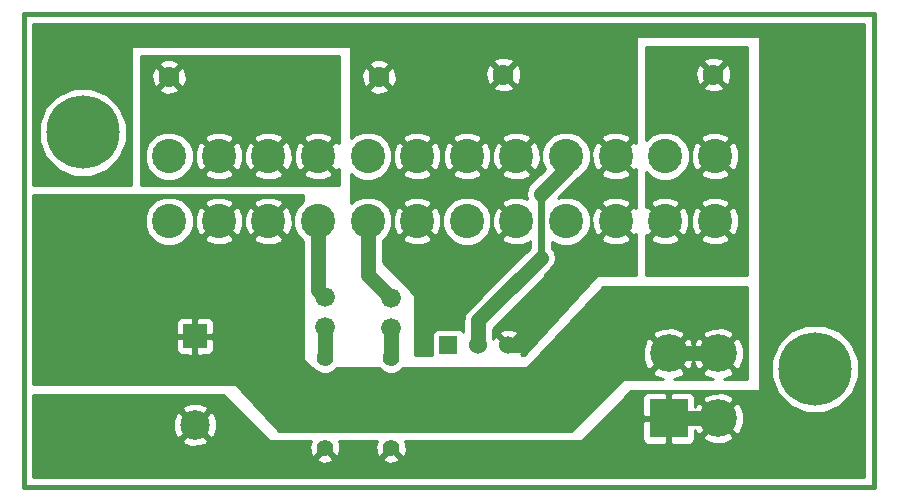
<source format=gbl>
G04 (created by PCBNEW-RS274X (2012-apr-16-27)-stable) date Fri 15 Nov 2013 10:07:24 GMT*
G01*
G70*
G90*
%MOIN*%
G04 Gerber Fmt 3.4, Leading zero omitted, Abs format*
%FSLAX34Y34*%
G04 APERTURE LIST*
%ADD10C,0.006000*%
%ADD11C,0.015000*%
%ADD12R,0.060000X0.060000*%
%ADD13C,0.060000*%
%ADD14C,0.114100*%
%ADD15C,0.070000*%
%ADD16C,0.055000*%
%ADD17C,0.066000*%
%ADD18R,0.078700X0.078700*%
%ADD19C,0.098400*%
%ADD20C,0.244100*%
%ADD21R,0.126000X0.126000*%
%ADD22C,0.126000*%
%ADD23C,0.049200*%
%ADD24C,0.023600*%
%ADD25C,0.008000*%
%ADD26C,0.010000*%
G04 APERTURE END LIST*
G54D10*
G54D11*
X00394Y00748D02*
X28740Y00748D01*
X28347Y16496D02*
X28740Y16496D01*
X01181Y16496D02*
X00394Y16496D01*
X27953Y16496D02*
X28347Y16496D01*
X27953Y16496D02*
X27559Y16496D01*
X28740Y00749D02*
X28740Y16497D01*
X01181Y16496D02*
X27559Y16496D01*
X00394Y00747D02*
X00394Y16495D01*
G54D12*
X14552Y05472D03*
G54D13*
X15552Y05472D03*
X16552Y05472D03*
G54D14*
X23434Y09602D03*
X21781Y09602D03*
X20127Y09602D03*
X18474Y09602D03*
X16820Y09602D03*
X15167Y09602D03*
X13514Y09602D03*
X11861Y09602D03*
X10207Y09602D03*
X08554Y09602D03*
X06900Y09602D03*
X05246Y09602D03*
X23434Y11767D03*
X21781Y11767D03*
X20127Y11767D03*
X18474Y11767D03*
X16820Y11767D03*
X15167Y11767D03*
X13514Y11767D03*
X11861Y11767D03*
X10207Y11767D03*
X08554Y11767D03*
X06900Y11767D03*
X05246Y11767D03*
G54D15*
X05240Y14409D03*
X12240Y14409D03*
X23382Y14488D03*
X16382Y14488D03*
G54D16*
X12638Y05043D03*
X12638Y02043D03*
X10433Y05043D03*
X10433Y02043D03*
G54D17*
X12638Y07035D03*
X12638Y06035D03*
X10433Y07074D03*
X10433Y06074D03*
G54D18*
X06103Y05767D03*
G54D19*
X06103Y02815D03*
G54D20*
X02363Y12559D03*
X26772Y04685D03*
G54D21*
X21890Y03031D03*
G54D22*
X23544Y03031D03*
X21890Y05196D03*
X23544Y05196D03*
G54D23*
X21890Y05196D02*
X23544Y05196D01*
X10207Y07300D02*
X10433Y07074D01*
X10207Y09602D02*
X10207Y07300D01*
G54D24*
X17638Y10511D02*
X17638Y08386D01*
G54D23*
X15552Y06300D02*
X15945Y06693D01*
X17638Y08386D02*
X15945Y06693D01*
G54D25*
X18474Y11347D02*
X18474Y11767D01*
G54D23*
X18474Y11347D02*
X17638Y10511D01*
X15552Y05472D02*
X15552Y06300D01*
X21890Y03031D02*
X23544Y03031D01*
X16552Y05472D02*
X17008Y05472D01*
X17008Y05472D02*
X19685Y08405D01*
X12638Y06035D02*
X12638Y05043D01*
X10433Y06074D02*
X10433Y05043D01*
X11861Y09602D02*
X11861Y07812D01*
X11861Y07812D02*
X12638Y07035D01*
G54D10*
G36*
X28415Y01073D02*
X28241Y01073D01*
X28241Y04392D01*
X28241Y04976D01*
X28018Y05516D01*
X27605Y05930D01*
X27065Y06154D01*
X26481Y06154D01*
X25941Y05931D01*
X25527Y05518D01*
X25303Y04978D01*
X25303Y04394D01*
X25526Y03854D01*
X25939Y03440D01*
X26479Y03216D01*
X27063Y03216D01*
X27603Y03439D01*
X28017Y03852D01*
X28241Y04392D01*
X28241Y01073D01*
X24409Y01073D01*
X24409Y02875D01*
X24402Y03218D01*
X24284Y03506D01*
X24156Y03573D01*
X24086Y03503D01*
X24086Y03643D01*
X24019Y03771D01*
X23700Y03896D01*
X23357Y03889D01*
X23069Y03771D01*
X23002Y03643D01*
X23544Y03102D01*
X24086Y03643D01*
X24086Y03503D01*
X23615Y03031D01*
X24156Y02489D01*
X24284Y02556D01*
X24409Y02875D01*
X24409Y01073D01*
X24086Y01073D01*
X24086Y02419D01*
X23544Y02960D01*
X23473Y02890D01*
X23473Y03031D01*
X22932Y03573D01*
X22804Y03506D01*
X22769Y03418D01*
X22769Y03612D01*
X22769Y03711D01*
X22731Y03802D01*
X22661Y03872D01*
X22569Y03910D01*
X22002Y03911D01*
X21940Y03849D01*
X21940Y03131D01*
X21940Y03081D01*
X21940Y02981D01*
X21940Y02931D01*
X21940Y02213D01*
X22002Y02151D01*
X22569Y02152D01*
X22661Y02190D01*
X22731Y02260D01*
X22769Y02351D01*
X22769Y02450D01*
X22769Y02641D01*
X22804Y02556D01*
X22932Y02489D01*
X23473Y03031D01*
X23473Y02890D01*
X23002Y02419D01*
X23069Y02291D01*
X23388Y02166D01*
X23731Y02173D01*
X24019Y02291D01*
X24086Y02419D01*
X24086Y01073D01*
X21840Y01073D01*
X21840Y02213D01*
X21840Y02981D01*
X21840Y03081D01*
X21840Y03849D01*
X21778Y03911D01*
X21211Y03910D01*
X21119Y03872D01*
X21049Y03802D01*
X21011Y03711D01*
X21011Y03612D01*
X21010Y03143D01*
X21072Y03081D01*
X21840Y03081D01*
X21840Y02981D01*
X21072Y02981D01*
X21010Y02919D01*
X21011Y02450D01*
X21011Y02351D01*
X21049Y02260D01*
X21119Y02190D01*
X21211Y02152D01*
X21778Y02151D01*
X21840Y02213D01*
X21840Y01073D01*
X12928Y01073D01*
X12928Y01682D01*
X12638Y01972D01*
X12348Y01682D01*
X12371Y01591D01*
X12564Y01524D01*
X12768Y01535D01*
X12905Y01591D01*
X12928Y01682D01*
X12928Y01073D01*
X10723Y01073D01*
X10723Y01682D01*
X10433Y01972D01*
X10143Y01682D01*
X10166Y01591D01*
X10359Y01524D01*
X10563Y01535D01*
X10700Y01591D01*
X10723Y01682D01*
X10723Y01073D01*
X06834Y01073D01*
X06834Y02691D01*
X06826Y02980D01*
X06731Y03210D01*
X06618Y03259D01*
X06547Y03188D01*
X06547Y03330D01*
X06498Y03443D01*
X06227Y03546D01*
X05938Y03538D01*
X05708Y03443D01*
X05659Y03330D01*
X06103Y02886D01*
X06547Y03330D01*
X06547Y03188D01*
X06174Y02815D01*
X06618Y02371D01*
X06731Y02420D01*
X06834Y02691D01*
X06834Y01073D01*
X06547Y01073D01*
X06547Y02300D01*
X06103Y02744D01*
X06032Y02673D01*
X06032Y02815D01*
X05588Y03259D01*
X05475Y03210D01*
X05372Y02939D01*
X05380Y02650D01*
X05475Y02420D01*
X05588Y02371D01*
X06032Y02815D01*
X06032Y02673D01*
X05659Y02300D01*
X05708Y02187D01*
X05979Y02084D01*
X06268Y02092D01*
X06498Y02187D01*
X06547Y02300D01*
X06547Y01073D01*
X00719Y01073D01*
X00719Y03808D01*
X07027Y03808D01*
X08562Y02272D01*
X09967Y02272D01*
X09914Y02117D01*
X09925Y01913D01*
X09981Y01776D01*
X10072Y01753D01*
X10327Y02008D01*
X10362Y02043D01*
X10433Y02114D01*
X10504Y02043D01*
X10539Y02008D01*
X10794Y01753D01*
X10885Y01776D01*
X10952Y01969D01*
X10941Y02173D01*
X10900Y02272D01*
X12172Y02272D01*
X12119Y02117D01*
X12130Y01913D01*
X12186Y01776D01*
X12277Y01753D01*
X12532Y02008D01*
X12567Y02043D01*
X12638Y02114D01*
X12709Y02043D01*
X12744Y02008D01*
X12999Y01753D01*
X13090Y01776D01*
X13157Y01969D01*
X13146Y02173D01*
X13105Y02272D01*
X18998Y02272D01*
X20651Y03926D01*
X24932Y03926D01*
X24932Y15758D01*
X20816Y15758D01*
X20816Y12209D01*
X20697Y12266D01*
X20626Y12195D01*
X20626Y12337D01*
X20568Y12458D01*
X20269Y12574D01*
X19950Y12567D01*
X19686Y12458D01*
X19628Y12337D01*
X20127Y11838D01*
X20626Y12337D01*
X20626Y12195D01*
X20198Y11767D01*
X20697Y11268D01*
X20816Y11326D01*
X20816Y10044D01*
X20697Y10101D01*
X20626Y10030D01*
X20626Y10172D01*
X20626Y11197D01*
X20127Y11696D01*
X20056Y11625D01*
X20056Y11767D01*
X19557Y12266D01*
X19436Y12208D01*
X19320Y11909D01*
X19327Y11590D01*
X19436Y11326D01*
X19557Y11268D01*
X20056Y11767D01*
X20056Y11625D01*
X19628Y11197D01*
X19686Y11076D01*
X19985Y10960D01*
X20304Y10967D01*
X20568Y11076D01*
X20626Y11197D01*
X20626Y10172D01*
X20568Y10293D01*
X20269Y10409D01*
X19950Y10402D01*
X19686Y10293D01*
X19628Y10172D01*
X20127Y09673D01*
X20626Y10172D01*
X20626Y10030D01*
X20198Y09602D01*
X20697Y09103D01*
X20816Y09161D01*
X20816Y07806D01*
X20626Y07806D01*
X20626Y09032D01*
X20127Y09531D01*
X20056Y09460D01*
X20056Y09602D01*
X19557Y10101D01*
X19436Y10043D01*
X19320Y09744D01*
X19327Y09425D01*
X19436Y09161D01*
X19557Y09103D01*
X20056Y09602D01*
X20056Y09460D01*
X19628Y09032D01*
X19686Y08911D01*
X19985Y08795D01*
X20304Y08802D01*
X20568Y08911D01*
X20626Y09032D01*
X20626Y07806D01*
X19506Y07806D01*
X17095Y05161D01*
X17065Y05128D01*
X16999Y05128D01*
X17018Y05147D01*
X16985Y05180D01*
X17024Y05191D01*
X17095Y05393D01*
X17084Y05606D01*
X17024Y05753D01*
X16930Y05780D01*
X16860Y05710D01*
X16860Y05850D01*
X16833Y05944D01*
X16631Y06015D01*
X16418Y06004D01*
X16271Y05944D01*
X16244Y05850D01*
X16552Y05543D01*
X16860Y05850D01*
X16860Y05710D01*
X16623Y05472D01*
X16552Y05401D01*
X16481Y05472D01*
X16446Y05507D01*
X16174Y05780D01*
X16080Y05753D01*
X16056Y05688D01*
X16048Y05709D01*
X16048Y06016D01*
X17838Y07806D01*
X17760Y07806D01*
X17989Y08035D01*
X18096Y08196D01*
X18134Y08386D01*
X18096Y08575D01*
X18006Y08712D01*
X18006Y08911D01*
X18009Y08908D01*
X18310Y08782D01*
X18636Y08782D01*
X18937Y08906D01*
X19168Y09137D01*
X19294Y09438D01*
X19294Y09764D01*
X19170Y10065D01*
X18939Y10296D01*
X18638Y10422D01*
X18312Y10422D01*
X18208Y10380D01*
X18825Y10996D01*
X18851Y11036D01*
X18937Y11071D01*
X19168Y11302D01*
X19294Y11603D01*
X19294Y11929D01*
X19170Y12230D01*
X18939Y12461D01*
X18638Y12587D01*
X18312Y12587D01*
X18011Y12463D01*
X17780Y12232D01*
X17654Y11931D01*
X17654Y11605D01*
X17763Y11339D01*
X17627Y11203D01*
X17627Y11625D01*
X17620Y11944D01*
X17511Y12208D01*
X17390Y12266D01*
X17319Y12195D01*
X17319Y12337D01*
X17261Y12458D01*
X16975Y12569D01*
X16975Y14397D01*
X16964Y14632D01*
X16895Y14798D01*
X16796Y14831D01*
X16725Y14760D01*
X16725Y14902D01*
X16692Y15001D01*
X16473Y15081D01*
X16238Y15070D01*
X16072Y15001D01*
X16039Y14902D01*
X16382Y14559D01*
X16725Y14902D01*
X16725Y14760D01*
X16453Y14488D01*
X16796Y14145D01*
X16895Y14178D01*
X16975Y14397D01*
X16975Y12569D01*
X16962Y12574D01*
X16725Y12569D01*
X16725Y14074D01*
X16382Y14417D01*
X16311Y14346D01*
X16311Y14488D01*
X15968Y14831D01*
X15869Y14798D01*
X15789Y14579D01*
X15800Y14344D01*
X15869Y14178D01*
X15968Y14145D01*
X16311Y14488D01*
X16311Y14346D01*
X16039Y14074D01*
X16072Y13975D01*
X16291Y13895D01*
X16526Y13906D01*
X16692Y13975D01*
X16725Y14074D01*
X16725Y12569D01*
X16643Y12567D01*
X16379Y12458D01*
X16321Y12337D01*
X16820Y11838D01*
X17319Y12337D01*
X17319Y12195D01*
X16891Y11767D01*
X17390Y11268D01*
X17511Y11326D01*
X17627Y11625D01*
X17627Y11203D01*
X17319Y10895D01*
X17319Y11197D01*
X16820Y11696D01*
X16749Y11625D01*
X16749Y11767D01*
X16250Y12266D01*
X16129Y12208D01*
X16013Y11909D01*
X16020Y11590D01*
X16129Y11326D01*
X16250Y11268D01*
X16749Y11767D01*
X16749Y11625D01*
X16321Y11197D01*
X16379Y11076D01*
X16678Y10960D01*
X16997Y10967D01*
X17261Y11076D01*
X17319Y11197D01*
X17319Y10895D01*
X17287Y10862D01*
X17180Y10701D01*
X17142Y10511D01*
X17179Y10325D01*
X16962Y10409D01*
X16643Y10402D01*
X16379Y10293D01*
X16321Y10172D01*
X16785Y09708D01*
X16820Y09673D01*
X16891Y09602D01*
X16820Y09531D01*
X16785Y09496D01*
X16749Y09460D01*
X16749Y09602D01*
X16250Y10101D01*
X16129Y10043D01*
X16013Y09744D01*
X16020Y09425D01*
X16129Y09161D01*
X16250Y09103D01*
X16749Y09602D01*
X16749Y09460D01*
X16321Y09032D01*
X16379Y08911D01*
X16678Y08795D01*
X16997Y08802D01*
X17261Y08911D01*
X17270Y08930D01*
X17270Y08720D01*
X15987Y07437D01*
X15987Y09438D01*
X15987Y09764D01*
X15974Y09796D01*
X15974Y11625D01*
X15967Y11944D01*
X15858Y12208D01*
X15737Y12266D01*
X15666Y12195D01*
X15666Y12337D01*
X15608Y12458D01*
X15309Y12574D01*
X14990Y12567D01*
X14726Y12458D01*
X14668Y12337D01*
X15167Y11838D01*
X15666Y12337D01*
X15666Y12195D01*
X15238Y11767D01*
X15737Y11268D01*
X15858Y11326D01*
X15974Y11625D01*
X15974Y09796D01*
X15863Y10065D01*
X15666Y10262D01*
X15666Y11197D01*
X15167Y11696D01*
X15096Y11625D01*
X15096Y11767D01*
X14597Y12266D01*
X14476Y12208D01*
X14360Y11909D01*
X14367Y11590D01*
X14476Y11326D01*
X14597Y11268D01*
X15096Y11767D01*
X15096Y11625D01*
X14668Y11197D01*
X14726Y11076D01*
X15025Y10960D01*
X15344Y10967D01*
X15608Y11076D01*
X15666Y11197D01*
X15666Y10262D01*
X15632Y10296D01*
X15331Y10422D01*
X15005Y10422D01*
X14704Y10298D01*
X14473Y10067D01*
X14347Y09766D01*
X14347Y09440D01*
X14471Y09139D01*
X14702Y08908D01*
X15003Y08782D01*
X15329Y08782D01*
X15630Y08906D01*
X15861Y09137D01*
X15987Y09438D01*
X15987Y07437D01*
X15594Y07044D01*
X15592Y07042D01*
X15203Y06653D01*
X15201Y06651D01*
X15199Y06649D01*
X15068Y06517D01*
X15068Y06360D01*
X15056Y06300D01*
X15056Y05920D01*
X14993Y05983D01*
X14902Y06021D01*
X14803Y06021D01*
X14321Y06021D01*
X14321Y09460D01*
X14321Y11625D01*
X14314Y11944D01*
X14205Y12208D01*
X14084Y12266D01*
X14013Y12195D01*
X14013Y12337D01*
X13955Y12458D01*
X13656Y12574D01*
X13337Y12567D01*
X13073Y12458D01*
X13015Y12337D01*
X13514Y11838D01*
X14013Y12337D01*
X14013Y12195D01*
X13585Y11767D01*
X14084Y11268D01*
X14205Y11326D01*
X14321Y11625D01*
X14321Y09460D01*
X14314Y09779D01*
X14205Y10043D01*
X14084Y10101D01*
X14013Y10030D01*
X14013Y10172D01*
X14013Y11197D01*
X13514Y11696D01*
X13443Y11625D01*
X13443Y11767D01*
X12944Y12266D01*
X12833Y12213D01*
X12833Y14318D01*
X12822Y14553D01*
X12753Y14719D01*
X12654Y14752D01*
X12583Y14681D01*
X12583Y14823D01*
X12550Y14922D01*
X12331Y15002D01*
X12096Y14991D01*
X11930Y14922D01*
X11897Y14823D01*
X12240Y14480D01*
X12583Y14823D01*
X12583Y14681D01*
X12311Y14409D01*
X12654Y14066D01*
X12753Y14099D01*
X12833Y14318D01*
X12833Y12213D01*
X12823Y12208D01*
X12707Y11909D01*
X12714Y11590D01*
X12823Y11326D01*
X12944Y11268D01*
X13443Y11767D01*
X13443Y11625D01*
X13015Y11197D01*
X13073Y11076D01*
X13372Y10960D01*
X13691Y10967D01*
X13955Y11076D01*
X14013Y11197D01*
X14013Y10172D01*
X13955Y10293D01*
X13656Y10409D01*
X13337Y10402D01*
X13073Y10293D01*
X13015Y10172D01*
X13514Y09673D01*
X14013Y10172D01*
X14013Y10030D01*
X13585Y09602D01*
X14084Y09103D01*
X14205Y09161D01*
X14321Y09460D01*
X14321Y06021D01*
X14203Y06021D01*
X14111Y05983D01*
X14041Y05913D01*
X14013Y05846D01*
X14013Y09032D01*
X13514Y09531D01*
X13443Y09460D01*
X13443Y09602D01*
X12944Y10101D01*
X12823Y10043D01*
X12707Y09744D01*
X12714Y09425D01*
X12823Y09161D01*
X12944Y09103D01*
X13443Y09602D01*
X13443Y09460D01*
X13015Y09032D01*
X13073Y08911D01*
X13372Y08795D01*
X13691Y08802D01*
X13955Y08911D01*
X14013Y09032D01*
X14013Y05846D01*
X14003Y05822D01*
X14003Y05723D01*
X14003Y05128D01*
X13436Y05128D01*
X13436Y07147D01*
X12357Y08226D01*
X12357Y08939D01*
X12555Y09137D01*
X12681Y09438D01*
X12681Y09764D01*
X12557Y10065D01*
X12326Y10296D01*
X12025Y10422D01*
X11699Y10422D01*
X11398Y10298D01*
X11310Y10210D01*
X11310Y11159D01*
X11396Y11073D01*
X11697Y10947D01*
X12023Y10947D01*
X12324Y11071D01*
X12555Y11302D01*
X12681Y11603D01*
X12681Y11929D01*
X12583Y12167D01*
X12583Y13995D01*
X12240Y14338D01*
X12169Y14267D01*
X12169Y14409D01*
X11826Y14752D01*
X11727Y14719D01*
X11647Y14500D01*
X11658Y14265D01*
X11727Y14099D01*
X11826Y14066D01*
X12169Y14409D01*
X12169Y14267D01*
X11897Y13995D01*
X11930Y13896D01*
X12149Y13816D01*
X12384Y13827D01*
X12550Y13896D01*
X12583Y13995D01*
X12583Y12167D01*
X12557Y12230D01*
X12326Y12461D01*
X12025Y12587D01*
X11699Y12587D01*
X11398Y12463D01*
X11310Y12375D01*
X11310Y15443D01*
X03966Y15443D01*
X03966Y10798D01*
X03832Y10798D01*
X03832Y12266D01*
X03832Y12850D01*
X03609Y13390D01*
X03196Y13804D01*
X02656Y14028D01*
X02072Y14028D01*
X01532Y13805D01*
X01118Y13392D01*
X00894Y12852D01*
X00894Y12268D01*
X01117Y11728D01*
X01530Y11314D01*
X02070Y11090D01*
X02654Y11090D01*
X03194Y11313D01*
X03608Y11726D01*
X03832Y12266D01*
X03832Y10798D01*
X00719Y10798D01*
X00719Y16171D01*
X01181Y16171D01*
X27559Y16171D01*
X27953Y16171D01*
X28347Y16171D01*
X28415Y16171D01*
X28415Y01073D01*
X28415Y01073D01*
G37*
G54D26*
X28415Y01073D02*
X28241Y01073D01*
X28241Y04392D01*
X28241Y04976D01*
X28018Y05516D01*
X27605Y05930D01*
X27065Y06154D01*
X26481Y06154D01*
X25941Y05931D01*
X25527Y05518D01*
X25303Y04978D01*
X25303Y04394D01*
X25526Y03854D01*
X25939Y03440D01*
X26479Y03216D01*
X27063Y03216D01*
X27603Y03439D01*
X28017Y03852D01*
X28241Y04392D01*
X28241Y01073D01*
X24409Y01073D01*
X24409Y02875D01*
X24402Y03218D01*
X24284Y03506D01*
X24156Y03573D01*
X24086Y03503D01*
X24086Y03643D01*
X24019Y03771D01*
X23700Y03896D01*
X23357Y03889D01*
X23069Y03771D01*
X23002Y03643D01*
X23544Y03102D01*
X24086Y03643D01*
X24086Y03503D01*
X23615Y03031D01*
X24156Y02489D01*
X24284Y02556D01*
X24409Y02875D01*
X24409Y01073D01*
X24086Y01073D01*
X24086Y02419D01*
X23544Y02960D01*
X23473Y02890D01*
X23473Y03031D01*
X22932Y03573D01*
X22804Y03506D01*
X22769Y03418D01*
X22769Y03612D01*
X22769Y03711D01*
X22731Y03802D01*
X22661Y03872D01*
X22569Y03910D01*
X22002Y03911D01*
X21940Y03849D01*
X21940Y03131D01*
X21940Y03081D01*
X21940Y02981D01*
X21940Y02931D01*
X21940Y02213D01*
X22002Y02151D01*
X22569Y02152D01*
X22661Y02190D01*
X22731Y02260D01*
X22769Y02351D01*
X22769Y02450D01*
X22769Y02641D01*
X22804Y02556D01*
X22932Y02489D01*
X23473Y03031D01*
X23473Y02890D01*
X23002Y02419D01*
X23069Y02291D01*
X23388Y02166D01*
X23731Y02173D01*
X24019Y02291D01*
X24086Y02419D01*
X24086Y01073D01*
X21840Y01073D01*
X21840Y02213D01*
X21840Y02981D01*
X21840Y03081D01*
X21840Y03849D01*
X21778Y03911D01*
X21211Y03910D01*
X21119Y03872D01*
X21049Y03802D01*
X21011Y03711D01*
X21011Y03612D01*
X21010Y03143D01*
X21072Y03081D01*
X21840Y03081D01*
X21840Y02981D01*
X21072Y02981D01*
X21010Y02919D01*
X21011Y02450D01*
X21011Y02351D01*
X21049Y02260D01*
X21119Y02190D01*
X21211Y02152D01*
X21778Y02151D01*
X21840Y02213D01*
X21840Y01073D01*
X12928Y01073D01*
X12928Y01682D01*
X12638Y01972D01*
X12348Y01682D01*
X12371Y01591D01*
X12564Y01524D01*
X12768Y01535D01*
X12905Y01591D01*
X12928Y01682D01*
X12928Y01073D01*
X10723Y01073D01*
X10723Y01682D01*
X10433Y01972D01*
X10143Y01682D01*
X10166Y01591D01*
X10359Y01524D01*
X10563Y01535D01*
X10700Y01591D01*
X10723Y01682D01*
X10723Y01073D01*
X06834Y01073D01*
X06834Y02691D01*
X06826Y02980D01*
X06731Y03210D01*
X06618Y03259D01*
X06547Y03188D01*
X06547Y03330D01*
X06498Y03443D01*
X06227Y03546D01*
X05938Y03538D01*
X05708Y03443D01*
X05659Y03330D01*
X06103Y02886D01*
X06547Y03330D01*
X06547Y03188D01*
X06174Y02815D01*
X06618Y02371D01*
X06731Y02420D01*
X06834Y02691D01*
X06834Y01073D01*
X06547Y01073D01*
X06547Y02300D01*
X06103Y02744D01*
X06032Y02673D01*
X06032Y02815D01*
X05588Y03259D01*
X05475Y03210D01*
X05372Y02939D01*
X05380Y02650D01*
X05475Y02420D01*
X05588Y02371D01*
X06032Y02815D01*
X06032Y02673D01*
X05659Y02300D01*
X05708Y02187D01*
X05979Y02084D01*
X06268Y02092D01*
X06498Y02187D01*
X06547Y02300D01*
X06547Y01073D01*
X00719Y01073D01*
X00719Y03808D01*
X07027Y03808D01*
X08562Y02272D01*
X09967Y02272D01*
X09914Y02117D01*
X09925Y01913D01*
X09981Y01776D01*
X10072Y01753D01*
X10327Y02008D01*
X10362Y02043D01*
X10433Y02114D01*
X10504Y02043D01*
X10539Y02008D01*
X10794Y01753D01*
X10885Y01776D01*
X10952Y01969D01*
X10941Y02173D01*
X10900Y02272D01*
X12172Y02272D01*
X12119Y02117D01*
X12130Y01913D01*
X12186Y01776D01*
X12277Y01753D01*
X12532Y02008D01*
X12567Y02043D01*
X12638Y02114D01*
X12709Y02043D01*
X12744Y02008D01*
X12999Y01753D01*
X13090Y01776D01*
X13157Y01969D01*
X13146Y02173D01*
X13105Y02272D01*
X18998Y02272D01*
X20651Y03926D01*
X24932Y03926D01*
X24932Y15758D01*
X20816Y15758D01*
X20816Y12209D01*
X20697Y12266D01*
X20626Y12195D01*
X20626Y12337D01*
X20568Y12458D01*
X20269Y12574D01*
X19950Y12567D01*
X19686Y12458D01*
X19628Y12337D01*
X20127Y11838D01*
X20626Y12337D01*
X20626Y12195D01*
X20198Y11767D01*
X20697Y11268D01*
X20816Y11326D01*
X20816Y10044D01*
X20697Y10101D01*
X20626Y10030D01*
X20626Y10172D01*
X20626Y11197D01*
X20127Y11696D01*
X20056Y11625D01*
X20056Y11767D01*
X19557Y12266D01*
X19436Y12208D01*
X19320Y11909D01*
X19327Y11590D01*
X19436Y11326D01*
X19557Y11268D01*
X20056Y11767D01*
X20056Y11625D01*
X19628Y11197D01*
X19686Y11076D01*
X19985Y10960D01*
X20304Y10967D01*
X20568Y11076D01*
X20626Y11197D01*
X20626Y10172D01*
X20568Y10293D01*
X20269Y10409D01*
X19950Y10402D01*
X19686Y10293D01*
X19628Y10172D01*
X20127Y09673D01*
X20626Y10172D01*
X20626Y10030D01*
X20198Y09602D01*
X20697Y09103D01*
X20816Y09161D01*
X20816Y07806D01*
X20626Y07806D01*
X20626Y09032D01*
X20127Y09531D01*
X20056Y09460D01*
X20056Y09602D01*
X19557Y10101D01*
X19436Y10043D01*
X19320Y09744D01*
X19327Y09425D01*
X19436Y09161D01*
X19557Y09103D01*
X20056Y09602D01*
X20056Y09460D01*
X19628Y09032D01*
X19686Y08911D01*
X19985Y08795D01*
X20304Y08802D01*
X20568Y08911D01*
X20626Y09032D01*
X20626Y07806D01*
X19506Y07806D01*
X17095Y05161D01*
X17065Y05128D01*
X16999Y05128D01*
X17018Y05147D01*
X16985Y05180D01*
X17024Y05191D01*
X17095Y05393D01*
X17084Y05606D01*
X17024Y05753D01*
X16930Y05780D01*
X16860Y05710D01*
X16860Y05850D01*
X16833Y05944D01*
X16631Y06015D01*
X16418Y06004D01*
X16271Y05944D01*
X16244Y05850D01*
X16552Y05543D01*
X16860Y05850D01*
X16860Y05710D01*
X16623Y05472D01*
X16552Y05401D01*
X16481Y05472D01*
X16446Y05507D01*
X16174Y05780D01*
X16080Y05753D01*
X16056Y05688D01*
X16048Y05709D01*
X16048Y06016D01*
X17838Y07806D01*
X17760Y07806D01*
X17989Y08035D01*
X18096Y08196D01*
X18134Y08386D01*
X18096Y08575D01*
X18006Y08712D01*
X18006Y08911D01*
X18009Y08908D01*
X18310Y08782D01*
X18636Y08782D01*
X18937Y08906D01*
X19168Y09137D01*
X19294Y09438D01*
X19294Y09764D01*
X19170Y10065D01*
X18939Y10296D01*
X18638Y10422D01*
X18312Y10422D01*
X18208Y10380D01*
X18825Y10996D01*
X18851Y11036D01*
X18937Y11071D01*
X19168Y11302D01*
X19294Y11603D01*
X19294Y11929D01*
X19170Y12230D01*
X18939Y12461D01*
X18638Y12587D01*
X18312Y12587D01*
X18011Y12463D01*
X17780Y12232D01*
X17654Y11931D01*
X17654Y11605D01*
X17763Y11339D01*
X17627Y11203D01*
X17627Y11625D01*
X17620Y11944D01*
X17511Y12208D01*
X17390Y12266D01*
X17319Y12195D01*
X17319Y12337D01*
X17261Y12458D01*
X16975Y12569D01*
X16975Y14397D01*
X16964Y14632D01*
X16895Y14798D01*
X16796Y14831D01*
X16725Y14760D01*
X16725Y14902D01*
X16692Y15001D01*
X16473Y15081D01*
X16238Y15070D01*
X16072Y15001D01*
X16039Y14902D01*
X16382Y14559D01*
X16725Y14902D01*
X16725Y14760D01*
X16453Y14488D01*
X16796Y14145D01*
X16895Y14178D01*
X16975Y14397D01*
X16975Y12569D01*
X16962Y12574D01*
X16725Y12569D01*
X16725Y14074D01*
X16382Y14417D01*
X16311Y14346D01*
X16311Y14488D01*
X15968Y14831D01*
X15869Y14798D01*
X15789Y14579D01*
X15800Y14344D01*
X15869Y14178D01*
X15968Y14145D01*
X16311Y14488D01*
X16311Y14346D01*
X16039Y14074D01*
X16072Y13975D01*
X16291Y13895D01*
X16526Y13906D01*
X16692Y13975D01*
X16725Y14074D01*
X16725Y12569D01*
X16643Y12567D01*
X16379Y12458D01*
X16321Y12337D01*
X16820Y11838D01*
X17319Y12337D01*
X17319Y12195D01*
X16891Y11767D01*
X17390Y11268D01*
X17511Y11326D01*
X17627Y11625D01*
X17627Y11203D01*
X17319Y10895D01*
X17319Y11197D01*
X16820Y11696D01*
X16749Y11625D01*
X16749Y11767D01*
X16250Y12266D01*
X16129Y12208D01*
X16013Y11909D01*
X16020Y11590D01*
X16129Y11326D01*
X16250Y11268D01*
X16749Y11767D01*
X16749Y11625D01*
X16321Y11197D01*
X16379Y11076D01*
X16678Y10960D01*
X16997Y10967D01*
X17261Y11076D01*
X17319Y11197D01*
X17319Y10895D01*
X17287Y10862D01*
X17180Y10701D01*
X17142Y10511D01*
X17179Y10325D01*
X16962Y10409D01*
X16643Y10402D01*
X16379Y10293D01*
X16321Y10172D01*
X16785Y09708D01*
X16820Y09673D01*
X16891Y09602D01*
X16820Y09531D01*
X16785Y09496D01*
X16749Y09460D01*
X16749Y09602D01*
X16250Y10101D01*
X16129Y10043D01*
X16013Y09744D01*
X16020Y09425D01*
X16129Y09161D01*
X16250Y09103D01*
X16749Y09602D01*
X16749Y09460D01*
X16321Y09032D01*
X16379Y08911D01*
X16678Y08795D01*
X16997Y08802D01*
X17261Y08911D01*
X17270Y08930D01*
X17270Y08720D01*
X15987Y07437D01*
X15987Y09438D01*
X15987Y09764D01*
X15974Y09796D01*
X15974Y11625D01*
X15967Y11944D01*
X15858Y12208D01*
X15737Y12266D01*
X15666Y12195D01*
X15666Y12337D01*
X15608Y12458D01*
X15309Y12574D01*
X14990Y12567D01*
X14726Y12458D01*
X14668Y12337D01*
X15167Y11838D01*
X15666Y12337D01*
X15666Y12195D01*
X15238Y11767D01*
X15737Y11268D01*
X15858Y11326D01*
X15974Y11625D01*
X15974Y09796D01*
X15863Y10065D01*
X15666Y10262D01*
X15666Y11197D01*
X15167Y11696D01*
X15096Y11625D01*
X15096Y11767D01*
X14597Y12266D01*
X14476Y12208D01*
X14360Y11909D01*
X14367Y11590D01*
X14476Y11326D01*
X14597Y11268D01*
X15096Y11767D01*
X15096Y11625D01*
X14668Y11197D01*
X14726Y11076D01*
X15025Y10960D01*
X15344Y10967D01*
X15608Y11076D01*
X15666Y11197D01*
X15666Y10262D01*
X15632Y10296D01*
X15331Y10422D01*
X15005Y10422D01*
X14704Y10298D01*
X14473Y10067D01*
X14347Y09766D01*
X14347Y09440D01*
X14471Y09139D01*
X14702Y08908D01*
X15003Y08782D01*
X15329Y08782D01*
X15630Y08906D01*
X15861Y09137D01*
X15987Y09438D01*
X15987Y07437D01*
X15594Y07044D01*
X15592Y07042D01*
X15203Y06653D01*
X15201Y06651D01*
X15199Y06649D01*
X15068Y06517D01*
X15068Y06360D01*
X15056Y06300D01*
X15056Y05920D01*
X14993Y05983D01*
X14902Y06021D01*
X14803Y06021D01*
X14321Y06021D01*
X14321Y09460D01*
X14321Y11625D01*
X14314Y11944D01*
X14205Y12208D01*
X14084Y12266D01*
X14013Y12195D01*
X14013Y12337D01*
X13955Y12458D01*
X13656Y12574D01*
X13337Y12567D01*
X13073Y12458D01*
X13015Y12337D01*
X13514Y11838D01*
X14013Y12337D01*
X14013Y12195D01*
X13585Y11767D01*
X14084Y11268D01*
X14205Y11326D01*
X14321Y11625D01*
X14321Y09460D01*
X14314Y09779D01*
X14205Y10043D01*
X14084Y10101D01*
X14013Y10030D01*
X14013Y10172D01*
X14013Y11197D01*
X13514Y11696D01*
X13443Y11625D01*
X13443Y11767D01*
X12944Y12266D01*
X12833Y12213D01*
X12833Y14318D01*
X12822Y14553D01*
X12753Y14719D01*
X12654Y14752D01*
X12583Y14681D01*
X12583Y14823D01*
X12550Y14922D01*
X12331Y15002D01*
X12096Y14991D01*
X11930Y14922D01*
X11897Y14823D01*
X12240Y14480D01*
X12583Y14823D01*
X12583Y14681D01*
X12311Y14409D01*
X12654Y14066D01*
X12753Y14099D01*
X12833Y14318D01*
X12833Y12213D01*
X12823Y12208D01*
X12707Y11909D01*
X12714Y11590D01*
X12823Y11326D01*
X12944Y11268D01*
X13443Y11767D01*
X13443Y11625D01*
X13015Y11197D01*
X13073Y11076D01*
X13372Y10960D01*
X13691Y10967D01*
X13955Y11076D01*
X14013Y11197D01*
X14013Y10172D01*
X13955Y10293D01*
X13656Y10409D01*
X13337Y10402D01*
X13073Y10293D01*
X13015Y10172D01*
X13514Y09673D01*
X14013Y10172D01*
X14013Y10030D01*
X13585Y09602D01*
X14084Y09103D01*
X14205Y09161D01*
X14321Y09460D01*
X14321Y06021D01*
X14203Y06021D01*
X14111Y05983D01*
X14041Y05913D01*
X14013Y05846D01*
X14013Y09032D01*
X13514Y09531D01*
X13443Y09460D01*
X13443Y09602D01*
X12944Y10101D01*
X12823Y10043D01*
X12707Y09744D01*
X12714Y09425D01*
X12823Y09161D01*
X12944Y09103D01*
X13443Y09602D01*
X13443Y09460D01*
X13015Y09032D01*
X13073Y08911D01*
X13372Y08795D01*
X13691Y08802D01*
X13955Y08911D01*
X14013Y09032D01*
X14013Y05846D01*
X14003Y05822D01*
X14003Y05723D01*
X14003Y05128D01*
X13436Y05128D01*
X13436Y07147D01*
X12357Y08226D01*
X12357Y08939D01*
X12555Y09137D01*
X12681Y09438D01*
X12681Y09764D01*
X12557Y10065D01*
X12326Y10296D01*
X12025Y10422D01*
X11699Y10422D01*
X11398Y10298D01*
X11310Y10210D01*
X11310Y11159D01*
X11396Y11073D01*
X11697Y10947D01*
X12023Y10947D01*
X12324Y11071D01*
X12555Y11302D01*
X12681Y11603D01*
X12681Y11929D01*
X12583Y12167D01*
X12583Y13995D01*
X12240Y14338D01*
X12169Y14267D01*
X12169Y14409D01*
X11826Y14752D01*
X11727Y14719D01*
X11647Y14500D01*
X11658Y14265D01*
X11727Y14099D01*
X11826Y14066D01*
X12169Y14409D01*
X12169Y14267D01*
X11897Y13995D01*
X11930Y13896D01*
X12149Y13816D01*
X12384Y13827D01*
X12550Y13896D01*
X12583Y13995D01*
X12583Y12167D01*
X12557Y12230D01*
X12326Y12461D01*
X12025Y12587D01*
X11699Y12587D01*
X11398Y12463D01*
X11310Y12375D01*
X11310Y15443D01*
X03966Y15443D01*
X03966Y10798D01*
X03832Y10798D01*
X03832Y12266D01*
X03832Y12850D01*
X03609Y13390D01*
X03196Y13804D01*
X02656Y14028D01*
X02072Y14028D01*
X01532Y13805D01*
X01118Y13392D01*
X00894Y12852D01*
X00894Y12268D01*
X01117Y11728D01*
X01530Y11314D01*
X02070Y11090D01*
X02654Y11090D01*
X03194Y11313D01*
X03608Y11726D01*
X03832Y12266D01*
X03832Y10798D01*
X00719Y10798D01*
X00719Y16171D01*
X01181Y16171D01*
X27559Y16171D01*
X27953Y16171D01*
X28347Y16171D01*
X28415Y16171D01*
X28415Y01073D01*
G54D10*
G36*
X10895Y10798D02*
X10706Y10798D01*
X10706Y11197D01*
X10207Y11696D01*
X10136Y11625D01*
X10136Y11767D01*
X09637Y12266D01*
X09516Y12208D01*
X09400Y11909D01*
X09407Y11590D01*
X09516Y11326D01*
X09637Y11268D01*
X10136Y11767D01*
X10136Y11625D01*
X09708Y11197D01*
X09766Y11076D01*
X10065Y10960D01*
X10384Y10967D01*
X10648Y11076D01*
X10706Y11197D01*
X10706Y10798D01*
X09361Y10798D01*
X09361Y11625D01*
X09354Y11944D01*
X09245Y12208D01*
X09124Y12266D01*
X09053Y12195D01*
X09053Y12337D01*
X08995Y12458D01*
X08696Y12574D01*
X08377Y12567D01*
X08113Y12458D01*
X08055Y12337D01*
X08554Y11838D01*
X09053Y12337D01*
X09053Y12195D01*
X08625Y11767D01*
X09124Y11268D01*
X09245Y11326D01*
X09361Y11625D01*
X09361Y10798D01*
X09053Y10798D01*
X09053Y11197D01*
X08554Y11696D01*
X08483Y11625D01*
X08483Y11767D01*
X07984Y12266D01*
X07863Y12208D01*
X07747Y11909D01*
X07754Y11590D01*
X07863Y11326D01*
X07984Y11268D01*
X08483Y11767D01*
X08483Y11625D01*
X08055Y11197D01*
X08113Y11076D01*
X08412Y10960D01*
X08731Y10967D01*
X08995Y11076D01*
X09053Y11197D01*
X09053Y10798D01*
X07707Y10798D01*
X07707Y11625D01*
X07700Y11944D01*
X07591Y12208D01*
X07470Y12266D01*
X07399Y12195D01*
X07399Y12337D01*
X07341Y12458D01*
X07042Y12574D01*
X06723Y12567D01*
X06459Y12458D01*
X06401Y12337D01*
X06900Y11838D01*
X07399Y12337D01*
X07399Y12195D01*
X06971Y11767D01*
X07470Y11268D01*
X07591Y11326D01*
X07707Y11625D01*
X07707Y10798D01*
X07399Y10798D01*
X07399Y11197D01*
X06900Y11696D01*
X06829Y11625D01*
X06829Y11767D01*
X06330Y12266D01*
X06209Y12208D01*
X06093Y11909D01*
X06100Y11590D01*
X06209Y11326D01*
X06330Y11268D01*
X06829Y11767D01*
X06829Y11625D01*
X06401Y11197D01*
X06459Y11076D01*
X06758Y10960D01*
X07077Y10967D01*
X07341Y11076D01*
X07399Y11197D01*
X07399Y10798D01*
X06066Y10798D01*
X06066Y11603D01*
X06066Y11929D01*
X05942Y12230D01*
X05833Y12339D01*
X05833Y14318D01*
X05822Y14553D01*
X05753Y14719D01*
X05654Y14752D01*
X05583Y14681D01*
X05583Y14823D01*
X05550Y14922D01*
X05331Y15002D01*
X05096Y14991D01*
X04930Y14922D01*
X04897Y14823D01*
X05240Y14480D01*
X05583Y14823D01*
X05583Y14681D01*
X05311Y14409D01*
X05654Y14066D01*
X05753Y14099D01*
X05833Y14318D01*
X05833Y12339D01*
X05711Y12461D01*
X05583Y12515D01*
X05583Y13995D01*
X05240Y14338D01*
X05169Y14267D01*
X05169Y14409D01*
X04826Y14752D01*
X04727Y14719D01*
X04647Y14500D01*
X04658Y14265D01*
X04727Y14099D01*
X04826Y14066D01*
X05169Y14409D01*
X05169Y14267D01*
X04897Y13995D01*
X04930Y13896D01*
X05149Y13816D01*
X05384Y13827D01*
X05550Y13896D01*
X05583Y13995D01*
X05583Y12515D01*
X05410Y12587D01*
X05084Y12587D01*
X04783Y12463D01*
X04552Y12232D01*
X04426Y11931D01*
X04426Y11605D01*
X04550Y11304D01*
X04781Y11073D01*
X05082Y10947D01*
X05408Y10947D01*
X05709Y11071D01*
X05940Y11302D01*
X06066Y11603D01*
X06066Y10798D01*
X04302Y10798D01*
X04302Y15107D01*
X10895Y15107D01*
X10895Y12210D01*
X10777Y12266D01*
X10706Y12195D01*
X10706Y12337D01*
X10648Y12458D01*
X10349Y12574D01*
X10030Y12567D01*
X09766Y12458D01*
X09708Y12337D01*
X10207Y11838D01*
X10706Y12337D01*
X10706Y12195D01*
X10278Y11767D01*
X10777Y11268D01*
X10895Y11325D01*
X10895Y10798D01*
X10895Y10798D01*
G37*
G54D26*
X10895Y10798D02*
X10706Y10798D01*
X10706Y11197D01*
X10207Y11696D01*
X10136Y11625D01*
X10136Y11767D01*
X09637Y12266D01*
X09516Y12208D01*
X09400Y11909D01*
X09407Y11590D01*
X09516Y11326D01*
X09637Y11268D01*
X10136Y11767D01*
X10136Y11625D01*
X09708Y11197D01*
X09766Y11076D01*
X10065Y10960D01*
X10384Y10967D01*
X10648Y11076D01*
X10706Y11197D01*
X10706Y10798D01*
X09361Y10798D01*
X09361Y11625D01*
X09354Y11944D01*
X09245Y12208D01*
X09124Y12266D01*
X09053Y12195D01*
X09053Y12337D01*
X08995Y12458D01*
X08696Y12574D01*
X08377Y12567D01*
X08113Y12458D01*
X08055Y12337D01*
X08554Y11838D01*
X09053Y12337D01*
X09053Y12195D01*
X08625Y11767D01*
X09124Y11268D01*
X09245Y11326D01*
X09361Y11625D01*
X09361Y10798D01*
X09053Y10798D01*
X09053Y11197D01*
X08554Y11696D01*
X08483Y11625D01*
X08483Y11767D01*
X07984Y12266D01*
X07863Y12208D01*
X07747Y11909D01*
X07754Y11590D01*
X07863Y11326D01*
X07984Y11268D01*
X08483Y11767D01*
X08483Y11625D01*
X08055Y11197D01*
X08113Y11076D01*
X08412Y10960D01*
X08731Y10967D01*
X08995Y11076D01*
X09053Y11197D01*
X09053Y10798D01*
X07707Y10798D01*
X07707Y11625D01*
X07700Y11944D01*
X07591Y12208D01*
X07470Y12266D01*
X07399Y12195D01*
X07399Y12337D01*
X07341Y12458D01*
X07042Y12574D01*
X06723Y12567D01*
X06459Y12458D01*
X06401Y12337D01*
X06900Y11838D01*
X07399Y12337D01*
X07399Y12195D01*
X06971Y11767D01*
X07470Y11268D01*
X07591Y11326D01*
X07707Y11625D01*
X07707Y10798D01*
X07399Y10798D01*
X07399Y11197D01*
X06900Y11696D01*
X06829Y11625D01*
X06829Y11767D01*
X06330Y12266D01*
X06209Y12208D01*
X06093Y11909D01*
X06100Y11590D01*
X06209Y11326D01*
X06330Y11268D01*
X06829Y11767D01*
X06829Y11625D01*
X06401Y11197D01*
X06459Y11076D01*
X06758Y10960D01*
X07077Y10967D01*
X07341Y11076D01*
X07399Y11197D01*
X07399Y10798D01*
X06066Y10798D01*
X06066Y11603D01*
X06066Y11929D01*
X05942Y12230D01*
X05833Y12339D01*
X05833Y14318D01*
X05822Y14553D01*
X05753Y14719D01*
X05654Y14752D01*
X05583Y14681D01*
X05583Y14823D01*
X05550Y14922D01*
X05331Y15002D01*
X05096Y14991D01*
X04930Y14922D01*
X04897Y14823D01*
X05240Y14480D01*
X05583Y14823D01*
X05583Y14681D01*
X05311Y14409D01*
X05654Y14066D01*
X05753Y14099D01*
X05833Y14318D01*
X05833Y12339D01*
X05711Y12461D01*
X05583Y12515D01*
X05583Y13995D01*
X05240Y14338D01*
X05169Y14267D01*
X05169Y14409D01*
X04826Y14752D01*
X04727Y14719D01*
X04647Y14500D01*
X04658Y14265D01*
X04727Y14099D01*
X04826Y14066D01*
X05169Y14409D01*
X05169Y14267D01*
X04897Y13995D01*
X04930Y13896D01*
X05149Y13816D01*
X05384Y13827D01*
X05550Y13896D01*
X05583Y13995D01*
X05583Y12515D01*
X05410Y12587D01*
X05084Y12587D01*
X04783Y12463D01*
X04552Y12232D01*
X04426Y11931D01*
X04426Y11605D01*
X04550Y11304D01*
X04781Y11073D01*
X05082Y10947D01*
X05408Y10947D01*
X05709Y11071D01*
X05940Y11302D01*
X06066Y11603D01*
X06066Y10798D01*
X04302Y10798D01*
X04302Y15107D01*
X10895Y15107D01*
X10895Y12210D01*
X10777Y12266D01*
X10706Y12195D01*
X10706Y12337D01*
X10648Y12458D01*
X10349Y12574D01*
X10030Y12567D01*
X09766Y12458D01*
X09708Y12337D01*
X10207Y11838D01*
X10706Y12337D01*
X10706Y12195D01*
X10278Y11767D01*
X10777Y11268D01*
X10895Y11325D01*
X10895Y10798D01*
G54D10*
G36*
X24517Y07806D02*
X24241Y07806D01*
X24241Y09460D01*
X24241Y11625D01*
X24234Y11944D01*
X24125Y12208D01*
X24004Y12266D01*
X23975Y12237D01*
X23975Y14397D01*
X23964Y14632D01*
X23895Y14798D01*
X23796Y14831D01*
X23725Y14760D01*
X23725Y14902D01*
X23692Y15001D01*
X23473Y15081D01*
X23238Y15070D01*
X23072Y15001D01*
X23039Y14902D01*
X23382Y14559D01*
X23725Y14902D01*
X23725Y14760D01*
X23453Y14488D01*
X23796Y14145D01*
X23895Y14178D01*
X23975Y14397D01*
X23975Y12237D01*
X23933Y12195D01*
X23933Y12337D01*
X23875Y12458D01*
X23725Y12517D01*
X23725Y14074D01*
X23382Y14417D01*
X23311Y14346D01*
X23311Y14488D01*
X22968Y14831D01*
X22869Y14798D01*
X22789Y14579D01*
X22800Y14344D01*
X22869Y14178D01*
X22968Y14145D01*
X23311Y14488D01*
X23311Y14346D01*
X23039Y14074D01*
X23072Y13975D01*
X23291Y13895D01*
X23526Y13906D01*
X23692Y13975D01*
X23725Y14074D01*
X23725Y12517D01*
X23576Y12574D01*
X23257Y12567D01*
X22993Y12458D01*
X22935Y12337D01*
X23434Y11838D01*
X23933Y12337D01*
X23933Y12195D01*
X23505Y11767D01*
X24004Y11268D01*
X24125Y11326D01*
X24241Y11625D01*
X24241Y09460D01*
X24234Y09779D01*
X24125Y10043D01*
X24004Y10101D01*
X23933Y10030D01*
X23933Y10172D01*
X23933Y11197D01*
X23434Y11696D01*
X23363Y11625D01*
X23363Y11767D01*
X22864Y12266D01*
X22743Y12208D01*
X22627Y11909D01*
X22634Y11590D01*
X22743Y11326D01*
X22864Y11268D01*
X23363Y11767D01*
X23363Y11625D01*
X22935Y11197D01*
X22993Y11076D01*
X23292Y10960D01*
X23611Y10967D01*
X23875Y11076D01*
X23933Y11197D01*
X23933Y10172D01*
X23875Y10293D01*
X23576Y10409D01*
X23257Y10402D01*
X22993Y10293D01*
X22935Y10172D01*
X23434Y09673D01*
X23933Y10172D01*
X23933Y10030D01*
X23505Y09602D01*
X24004Y09103D01*
X24125Y09161D01*
X24241Y09460D01*
X24241Y07806D01*
X23933Y07806D01*
X23933Y09032D01*
X23434Y09531D01*
X23363Y09460D01*
X23363Y09602D01*
X22864Y10101D01*
X22743Y10043D01*
X22627Y09744D01*
X22634Y09425D01*
X22743Y09161D01*
X22864Y09103D01*
X23363Y09602D01*
X23363Y09460D01*
X22935Y09032D01*
X22993Y08911D01*
X23292Y08795D01*
X23611Y08802D01*
X23875Y08911D01*
X23933Y09032D01*
X23933Y07806D01*
X22588Y07806D01*
X22588Y09460D01*
X22581Y09779D01*
X22472Y10043D01*
X22351Y10101D01*
X22280Y10030D01*
X22280Y10172D01*
X22222Y10293D01*
X21923Y10409D01*
X21604Y10402D01*
X21340Y10293D01*
X21282Y10172D01*
X21781Y09673D01*
X22280Y10172D01*
X22280Y10030D01*
X21852Y09602D01*
X22351Y09103D01*
X22472Y09161D01*
X22588Y09460D01*
X22588Y07806D01*
X22280Y07806D01*
X22280Y09032D01*
X21781Y09531D01*
X21282Y09032D01*
X21340Y08911D01*
X21639Y08795D01*
X21958Y08802D01*
X22222Y08911D01*
X22280Y09032D01*
X22280Y07806D01*
X21153Y07806D01*
X21153Y09131D01*
X21211Y09103D01*
X21710Y09602D01*
X21211Y10101D01*
X21153Y10074D01*
X21153Y11236D01*
X21316Y11073D01*
X21617Y10947D01*
X21943Y10947D01*
X22244Y11071D01*
X22475Y11302D01*
X22601Y11603D01*
X22601Y11929D01*
X22477Y12230D01*
X22246Y12461D01*
X21945Y12587D01*
X21619Y12587D01*
X21318Y12463D01*
X21153Y12298D01*
X21153Y15422D01*
X24517Y15422D01*
X24517Y07806D01*
X24517Y07806D01*
G37*
G54D26*
X24517Y07806D02*
X24241Y07806D01*
X24241Y09460D01*
X24241Y11625D01*
X24234Y11944D01*
X24125Y12208D01*
X24004Y12266D01*
X23975Y12237D01*
X23975Y14397D01*
X23964Y14632D01*
X23895Y14798D01*
X23796Y14831D01*
X23725Y14760D01*
X23725Y14902D01*
X23692Y15001D01*
X23473Y15081D01*
X23238Y15070D01*
X23072Y15001D01*
X23039Y14902D01*
X23382Y14559D01*
X23725Y14902D01*
X23725Y14760D01*
X23453Y14488D01*
X23796Y14145D01*
X23895Y14178D01*
X23975Y14397D01*
X23975Y12237D01*
X23933Y12195D01*
X23933Y12337D01*
X23875Y12458D01*
X23725Y12517D01*
X23725Y14074D01*
X23382Y14417D01*
X23311Y14346D01*
X23311Y14488D01*
X22968Y14831D01*
X22869Y14798D01*
X22789Y14579D01*
X22800Y14344D01*
X22869Y14178D01*
X22968Y14145D01*
X23311Y14488D01*
X23311Y14346D01*
X23039Y14074D01*
X23072Y13975D01*
X23291Y13895D01*
X23526Y13906D01*
X23692Y13975D01*
X23725Y14074D01*
X23725Y12517D01*
X23576Y12574D01*
X23257Y12567D01*
X22993Y12458D01*
X22935Y12337D01*
X23434Y11838D01*
X23933Y12337D01*
X23933Y12195D01*
X23505Y11767D01*
X24004Y11268D01*
X24125Y11326D01*
X24241Y11625D01*
X24241Y09460D01*
X24234Y09779D01*
X24125Y10043D01*
X24004Y10101D01*
X23933Y10030D01*
X23933Y10172D01*
X23933Y11197D01*
X23434Y11696D01*
X23363Y11625D01*
X23363Y11767D01*
X22864Y12266D01*
X22743Y12208D01*
X22627Y11909D01*
X22634Y11590D01*
X22743Y11326D01*
X22864Y11268D01*
X23363Y11767D01*
X23363Y11625D01*
X22935Y11197D01*
X22993Y11076D01*
X23292Y10960D01*
X23611Y10967D01*
X23875Y11076D01*
X23933Y11197D01*
X23933Y10172D01*
X23875Y10293D01*
X23576Y10409D01*
X23257Y10402D01*
X22993Y10293D01*
X22935Y10172D01*
X23434Y09673D01*
X23933Y10172D01*
X23933Y10030D01*
X23505Y09602D01*
X24004Y09103D01*
X24125Y09161D01*
X24241Y09460D01*
X24241Y07806D01*
X23933Y07806D01*
X23933Y09032D01*
X23434Y09531D01*
X23363Y09460D01*
X23363Y09602D01*
X22864Y10101D01*
X22743Y10043D01*
X22627Y09744D01*
X22634Y09425D01*
X22743Y09161D01*
X22864Y09103D01*
X23363Y09602D01*
X23363Y09460D01*
X22935Y09032D01*
X22993Y08911D01*
X23292Y08795D01*
X23611Y08802D01*
X23875Y08911D01*
X23933Y09032D01*
X23933Y07806D01*
X22588Y07806D01*
X22588Y09460D01*
X22581Y09779D01*
X22472Y10043D01*
X22351Y10101D01*
X22280Y10030D01*
X22280Y10172D01*
X22222Y10293D01*
X21923Y10409D01*
X21604Y10402D01*
X21340Y10293D01*
X21282Y10172D01*
X21781Y09673D01*
X22280Y10172D01*
X22280Y10030D01*
X21852Y09602D01*
X22351Y09103D01*
X22472Y09161D01*
X22588Y09460D01*
X22588Y07806D01*
X22280Y07806D01*
X22280Y09032D01*
X21781Y09531D01*
X21282Y09032D01*
X21340Y08911D01*
X21639Y08795D01*
X21958Y08802D01*
X22222Y08911D01*
X22280Y09032D01*
X22280Y07806D01*
X21153Y07806D01*
X21153Y09131D01*
X21211Y09103D01*
X21710Y09602D01*
X21211Y10101D01*
X21153Y10074D01*
X21153Y11236D01*
X21316Y11073D01*
X21617Y10947D01*
X21943Y10947D01*
X22244Y11071D01*
X22475Y11302D01*
X22601Y11603D01*
X22601Y11929D01*
X22477Y12230D01*
X22246Y12461D01*
X21945Y12587D01*
X21619Y12587D01*
X21318Y12463D01*
X21153Y12298D01*
X21153Y15422D01*
X24517Y15422D01*
X24517Y07806D01*
G54D10*
G36*
X24517Y04341D02*
X24409Y04341D01*
X24409Y05040D01*
X24402Y05383D01*
X24284Y05671D01*
X24156Y05738D01*
X24086Y05668D01*
X24086Y05808D01*
X24019Y05936D01*
X23700Y06061D01*
X23357Y06054D01*
X23069Y05936D01*
X23002Y05808D01*
X23544Y05267D01*
X24086Y05808D01*
X24086Y05668D01*
X23615Y05196D01*
X24156Y04654D01*
X24284Y04721D01*
X24409Y05040D01*
X24409Y04341D01*
X23738Y04341D01*
X24019Y04456D01*
X24086Y04584D01*
X23544Y05125D01*
X23473Y05055D01*
X23473Y05196D01*
X22932Y05738D01*
X22804Y05671D01*
X22718Y05454D01*
X22630Y05671D01*
X22502Y05738D01*
X22432Y05668D01*
X22432Y05808D01*
X22365Y05936D01*
X22046Y06061D01*
X21703Y06054D01*
X21415Y05936D01*
X21348Y05808D01*
X21890Y05267D01*
X22432Y05808D01*
X22432Y05668D01*
X21961Y05196D01*
X22502Y04654D01*
X22630Y04721D01*
X22715Y04939D01*
X22804Y04721D01*
X22932Y04654D01*
X23473Y05196D01*
X23473Y05055D01*
X23002Y04584D01*
X23069Y04456D01*
X23362Y04341D01*
X22084Y04341D01*
X22365Y04456D01*
X22432Y04584D01*
X21890Y05125D01*
X21819Y05055D01*
X21819Y05196D01*
X21278Y05738D01*
X21150Y05671D01*
X21025Y05352D01*
X21032Y05009D01*
X21150Y04721D01*
X21278Y04654D01*
X21819Y05196D01*
X21819Y05055D01*
X21348Y04584D01*
X21415Y04456D01*
X21708Y04341D01*
X20373Y04341D01*
X18641Y02609D01*
X09361Y02609D01*
X09361Y09460D01*
X09354Y09779D01*
X09245Y10043D01*
X09124Y10101D01*
X09053Y10030D01*
X09053Y10172D01*
X08995Y10293D01*
X08696Y10409D01*
X08377Y10402D01*
X08113Y10293D01*
X08055Y10172D01*
X08554Y09673D01*
X09053Y10172D01*
X09053Y10030D01*
X08625Y09602D01*
X09124Y09103D01*
X09245Y09161D01*
X09361Y09460D01*
X09361Y02609D01*
X09053Y02609D01*
X09053Y09032D01*
X08554Y09531D01*
X08483Y09460D01*
X08483Y09602D01*
X07984Y10101D01*
X07863Y10043D01*
X07747Y09744D01*
X07754Y09425D01*
X07863Y09161D01*
X07984Y09103D01*
X08483Y09602D01*
X08483Y09460D01*
X08055Y09032D01*
X08113Y08911D01*
X08412Y08795D01*
X08731Y08802D01*
X08995Y08911D01*
X09053Y09032D01*
X09053Y02609D01*
X08920Y02609D01*
X07707Y03921D01*
X07707Y09460D01*
X07700Y09779D01*
X07591Y10043D01*
X07470Y10101D01*
X07399Y10030D01*
X07399Y10172D01*
X07341Y10293D01*
X07042Y10409D01*
X06723Y10402D01*
X06459Y10293D01*
X06401Y10172D01*
X06900Y09673D01*
X07399Y10172D01*
X07399Y10030D01*
X06971Y09602D01*
X07470Y09103D01*
X07591Y09161D01*
X07707Y09460D01*
X07707Y03921D01*
X07463Y04184D01*
X07399Y04184D01*
X07399Y09032D01*
X06900Y09531D01*
X06829Y09460D01*
X06829Y09602D01*
X06330Y10101D01*
X06209Y10043D01*
X06093Y09744D01*
X06100Y09425D01*
X06209Y09161D01*
X06330Y09103D01*
X06829Y09602D01*
X06829Y09460D01*
X06401Y09032D01*
X06459Y08911D01*
X06758Y08795D01*
X07077Y08802D01*
X07341Y08911D01*
X07399Y09032D01*
X07399Y04184D01*
X06746Y04184D01*
X06746Y05655D01*
X06746Y05879D01*
X06745Y06209D01*
X06707Y06301D01*
X06637Y06371D01*
X06546Y06409D01*
X06447Y06409D01*
X06215Y06410D01*
X06153Y06348D01*
X06153Y05817D01*
X06684Y05817D01*
X06746Y05879D01*
X06746Y05655D01*
X06684Y05717D01*
X06153Y05717D01*
X06153Y05186D01*
X06215Y05124D01*
X06447Y05125D01*
X06546Y05125D01*
X06637Y05163D01*
X06707Y05233D01*
X06745Y05325D01*
X06746Y05655D01*
X06746Y04184D01*
X06066Y04184D01*
X06066Y09438D01*
X06066Y09764D01*
X05942Y10065D01*
X05711Y10296D01*
X05410Y10422D01*
X05084Y10422D01*
X04783Y10298D01*
X04552Y10067D01*
X04426Y09766D01*
X04426Y09440D01*
X04550Y09139D01*
X04781Y08908D01*
X05082Y08782D01*
X05408Y08782D01*
X05709Y08906D01*
X05940Y09137D01*
X06066Y09438D01*
X06066Y04184D01*
X06053Y04184D01*
X06053Y05186D01*
X06053Y05717D01*
X06053Y05817D01*
X06053Y06348D01*
X05991Y06410D01*
X05759Y06409D01*
X05660Y06409D01*
X05569Y06371D01*
X05499Y06301D01*
X05461Y06209D01*
X05460Y05879D01*
X05522Y05817D01*
X06053Y05817D01*
X06053Y05717D01*
X05522Y05717D01*
X05460Y05655D01*
X05461Y05325D01*
X05499Y05233D01*
X05569Y05163D01*
X05660Y05125D01*
X05759Y05125D01*
X05991Y05124D01*
X06053Y05186D01*
X06053Y04184D01*
X00719Y04184D01*
X00719Y10461D01*
X09714Y10461D01*
X09714Y10268D01*
X09513Y10067D01*
X09387Y09766D01*
X09387Y09440D01*
X09511Y09139D01*
X09711Y08939D01*
X09711Y07300D01*
X09714Y07285D01*
X09714Y04979D01*
X09979Y04713D01*
X10020Y04713D01*
X10135Y04598D01*
X10328Y04518D01*
X10537Y04518D01*
X10730Y04598D01*
X10845Y04713D01*
X12225Y04713D01*
X12340Y04598D01*
X12533Y04518D01*
X12742Y04518D01*
X12935Y04598D01*
X13050Y04713D01*
X17188Y04713D01*
X19707Y07391D01*
X24517Y07391D01*
X24517Y04341D01*
X24517Y04341D01*
G37*
G54D26*
X24517Y04341D02*
X24409Y04341D01*
X24409Y05040D01*
X24402Y05383D01*
X24284Y05671D01*
X24156Y05738D01*
X24086Y05668D01*
X24086Y05808D01*
X24019Y05936D01*
X23700Y06061D01*
X23357Y06054D01*
X23069Y05936D01*
X23002Y05808D01*
X23544Y05267D01*
X24086Y05808D01*
X24086Y05668D01*
X23615Y05196D01*
X24156Y04654D01*
X24284Y04721D01*
X24409Y05040D01*
X24409Y04341D01*
X23738Y04341D01*
X24019Y04456D01*
X24086Y04584D01*
X23544Y05125D01*
X23473Y05055D01*
X23473Y05196D01*
X22932Y05738D01*
X22804Y05671D01*
X22718Y05454D01*
X22630Y05671D01*
X22502Y05738D01*
X22432Y05668D01*
X22432Y05808D01*
X22365Y05936D01*
X22046Y06061D01*
X21703Y06054D01*
X21415Y05936D01*
X21348Y05808D01*
X21890Y05267D01*
X22432Y05808D01*
X22432Y05668D01*
X21961Y05196D01*
X22502Y04654D01*
X22630Y04721D01*
X22715Y04939D01*
X22804Y04721D01*
X22932Y04654D01*
X23473Y05196D01*
X23473Y05055D01*
X23002Y04584D01*
X23069Y04456D01*
X23362Y04341D01*
X22084Y04341D01*
X22365Y04456D01*
X22432Y04584D01*
X21890Y05125D01*
X21819Y05055D01*
X21819Y05196D01*
X21278Y05738D01*
X21150Y05671D01*
X21025Y05352D01*
X21032Y05009D01*
X21150Y04721D01*
X21278Y04654D01*
X21819Y05196D01*
X21819Y05055D01*
X21348Y04584D01*
X21415Y04456D01*
X21708Y04341D01*
X20373Y04341D01*
X18641Y02609D01*
X09361Y02609D01*
X09361Y09460D01*
X09354Y09779D01*
X09245Y10043D01*
X09124Y10101D01*
X09053Y10030D01*
X09053Y10172D01*
X08995Y10293D01*
X08696Y10409D01*
X08377Y10402D01*
X08113Y10293D01*
X08055Y10172D01*
X08554Y09673D01*
X09053Y10172D01*
X09053Y10030D01*
X08625Y09602D01*
X09124Y09103D01*
X09245Y09161D01*
X09361Y09460D01*
X09361Y02609D01*
X09053Y02609D01*
X09053Y09032D01*
X08554Y09531D01*
X08483Y09460D01*
X08483Y09602D01*
X07984Y10101D01*
X07863Y10043D01*
X07747Y09744D01*
X07754Y09425D01*
X07863Y09161D01*
X07984Y09103D01*
X08483Y09602D01*
X08483Y09460D01*
X08055Y09032D01*
X08113Y08911D01*
X08412Y08795D01*
X08731Y08802D01*
X08995Y08911D01*
X09053Y09032D01*
X09053Y02609D01*
X08920Y02609D01*
X07707Y03921D01*
X07707Y09460D01*
X07700Y09779D01*
X07591Y10043D01*
X07470Y10101D01*
X07399Y10030D01*
X07399Y10172D01*
X07341Y10293D01*
X07042Y10409D01*
X06723Y10402D01*
X06459Y10293D01*
X06401Y10172D01*
X06900Y09673D01*
X07399Y10172D01*
X07399Y10030D01*
X06971Y09602D01*
X07470Y09103D01*
X07591Y09161D01*
X07707Y09460D01*
X07707Y03921D01*
X07463Y04184D01*
X07399Y04184D01*
X07399Y09032D01*
X06900Y09531D01*
X06829Y09460D01*
X06829Y09602D01*
X06330Y10101D01*
X06209Y10043D01*
X06093Y09744D01*
X06100Y09425D01*
X06209Y09161D01*
X06330Y09103D01*
X06829Y09602D01*
X06829Y09460D01*
X06401Y09032D01*
X06459Y08911D01*
X06758Y08795D01*
X07077Y08802D01*
X07341Y08911D01*
X07399Y09032D01*
X07399Y04184D01*
X06746Y04184D01*
X06746Y05655D01*
X06746Y05879D01*
X06745Y06209D01*
X06707Y06301D01*
X06637Y06371D01*
X06546Y06409D01*
X06447Y06409D01*
X06215Y06410D01*
X06153Y06348D01*
X06153Y05817D01*
X06684Y05817D01*
X06746Y05879D01*
X06746Y05655D01*
X06684Y05717D01*
X06153Y05717D01*
X06153Y05186D01*
X06215Y05124D01*
X06447Y05125D01*
X06546Y05125D01*
X06637Y05163D01*
X06707Y05233D01*
X06745Y05325D01*
X06746Y05655D01*
X06746Y04184D01*
X06066Y04184D01*
X06066Y09438D01*
X06066Y09764D01*
X05942Y10065D01*
X05711Y10296D01*
X05410Y10422D01*
X05084Y10422D01*
X04783Y10298D01*
X04552Y10067D01*
X04426Y09766D01*
X04426Y09440D01*
X04550Y09139D01*
X04781Y08908D01*
X05082Y08782D01*
X05408Y08782D01*
X05709Y08906D01*
X05940Y09137D01*
X06066Y09438D01*
X06066Y04184D01*
X06053Y04184D01*
X06053Y05186D01*
X06053Y05717D01*
X06053Y05817D01*
X06053Y06348D01*
X05991Y06410D01*
X05759Y06409D01*
X05660Y06409D01*
X05569Y06371D01*
X05499Y06301D01*
X05461Y06209D01*
X05460Y05879D01*
X05522Y05817D01*
X06053Y05817D01*
X06053Y05717D01*
X05522Y05717D01*
X05460Y05655D01*
X05461Y05325D01*
X05499Y05233D01*
X05569Y05163D01*
X05660Y05125D01*
X05759Y05125D01*
X05991Y05124D01*
X06053Y05186D01*
X06053Y04184D01*
X00719Y04184D01*
X00719Y10461D01*
X09714Y10461D01*
X09714Y10268D01*
X09513Y10067D01*
X09387Y09766D01*
X09387Y09440D01*
X09511Y09139D01*
X09711Y08939D01*
X09711Y07300D01*
X09714Y07285D01*
X09714Y04979D01*
X09979Y04713D01*
X10020Y04713D01*
X10135Y04598D01*
X10328Y04518D01*
X10537Y04518D01*
X10730Y04598D01*
X10845Y04713D01*
X12225Y04713D01*
X12340Y04598D01*
X12533Y04518D01*
X12742Y04518D01*
X12935Y04598D01*
X13050Y04713D01*
X17188Y04713D01*
X19707Y07391D01*
X24517Y07391D01*
X24517Y04341D01*
M02*

</source>
